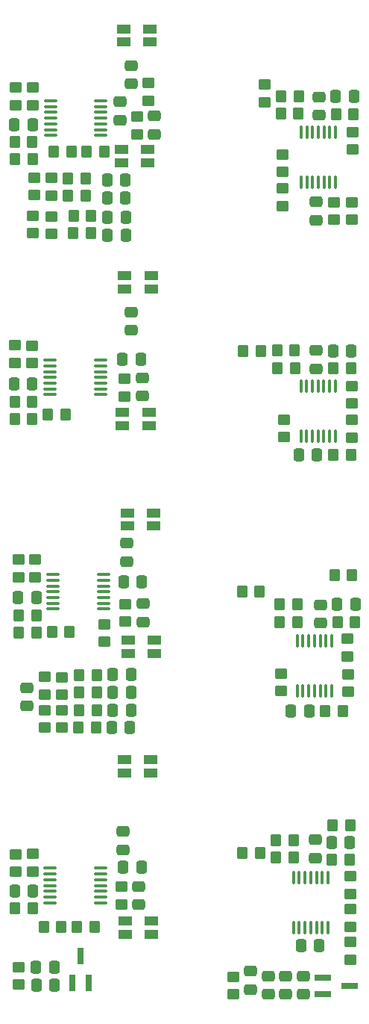
<source format=gbr>
%TF.GenerationSoftware,KiCad,Pcbnew,(6.0.2-0)*%
%TF.CreationDate,2022-04-19T15:29:27+02:00*%
%TF.ProjectId,blindeTaube,626c696e-6465-4546-9175-62652e6b6963,rev?*%
%TF.SameCoordinates,Original*%
%TF.FileFunction,Paste,Bot*%
%TF.FilePolarity,Positive*%
%FSLAX46Y46*%
G04 Gerber Fmt 4.6, Leading zero omitted, Abs format (unit mm)*
G04 Created by KiCad (PCBNEW (6.0.2-0)) date 2022-04-19 15:29:27*
%MOMM*%
%LPD*%
G01*
G04 APERTURE LIST*
G04 Aperture macros list*
%AMRoundRect*
0 Rectangle with rounded corners*
0 $1 Rounding radius*
0 $2 $3 $4 $5 $6 $7 $8 $9 X,Y pos of 4 corners*
0 Add a 4 corners polygon primitive as box body*
4,1,4,$2,$3,$4,$5,$6,$7,$8,$9,$2,$3,0*
0 Add four circle primitives for the rounded corners*
1,1,$1+$1,$2,$3*
1,1,$1+$1,$4,$5*
1,1,$1+$1,$6,$7*
1,1,$1+$1,$8,$9*
0 Add four rect primitives between the rounded corners*
20,1,$1+$1,$2,$3,$4,$5,0*
20,1,$1+$1,$4,$5,$6,$7,0*
20,1,$1+$1,$6,$7,$8,$9,0*
20,1,$1+$1,$8,$9,$2,$3,0*%
G04 Aperture macros list end*
%ADD10RoundRect,0.250000X-0.475000X0.337500X-0.475000X-0.337500X0.475000X-0.337500X0.475000X0.337500X0*%
%ADD11RoundRect,0.250000X0.475000X-0.337500X0.475000X0.337500X-0.475000X0.337500X-0.475000X-0.337500X0*%
%ADD12RoundRect,0.250000X-0.450000X0.350000X-0.450000X-0.350000X0.450000X-0.350000X0.450000X0.350000X0*%
%ADD13RoundRect,0.250000X0.350000X0.450000X-0.350000X0.450000X-0.350000X-0.450000X0.350000X-0.450000X0*%
%ADD14R,1.500000X1.100000*%
%ADD15RoundRect,0.250000X-0.350000X-0.450000X0.350000X-0.450000X0.350000X0.450000X-0.350000X0.450000X0*%
%ADD16RoundRect,0.250000X0.337500X0.475000X-0.337500X0.475000X-0.337500X-0.475000X0.337500X-0.475000X0*%
%ADD17RoundRect,0.100000X-0.100000X0.637500X-0.100000X-0.637500X0.100000X-0.637500X0.100000X0.637500X0*%
%ADD18RoundRect,0.250000X0.450000X-0.350000X0.450000X0.350000X-0.450000X0.350000X-0.450000X-0.350000X0*%
%ADD19RoundRect,0.250000X-0.337500X-0.475000X0.337500X-0.475000X0.337500X0.475000X-0.337500X0.475000X0*%
%ADD20RoundRect,0.100000X0.637500X0.100000X-0.637500X0.100000X-0.637500X-0.100000X0.637500X-0.100000X0*%
%ADD21R,1.900000X0.800000*%
%ADD22R,0.800000X1.900000*%
G04 APERTURE END LIST*
D10*
%TO.C,C41*%
X86436200Y-97594600D03*
X86436200Y-99669600D03*
%TD*%
D11*
%TO.C,C44*%
X53050000Y-109050000D03*
X53050000Y-106975000D03*
%TD*%
D12*
%TO.C,R8*%
X82067400Y-46514000D03*
X82067400Y-48514000D03*
%TD*%
D13*
%TO.C,R46*%
X60369200Y-53492400D03*
X58369200Y-53492400D03*
%TD*%
D14*
%TO.C,D4*%
X66931800Y-75766800D03*
X63931800Y-75766800D03*
X63931800Y-77266800D03*
X66931800Y-77266800D03*
%TD*%
D15*
%TO.C,R28*%
X51689000Y-45085000D03*
X53689000Y-45085000D03*
%TD*%
D16*
%TO.C,C3*%
X64262000Y-51435000D03*
X62187000Y-51435000D03*
%TD*%
D17*
%TO.C,U10*%
X83350000Y-128475000D03*
X84000000Y-128475000D03*
X84650000Y-128475000D03*
X85300000Y-128475000D03*
X85950000Y-128475000D03*
X86600000Y-128475000D03*
X87250000Y-128475000D03*
X87250000Y-134200000D03*
X86600000Y-134200000D03*
X85950000Y-134200000D03*
X85300000Y-134200000D03*
X84650000Y-134200000D03*
X84000000Y-134200000D03*
X83350000Y-134200000D03*
%TD*%
D12*
%TO.C,R68*%
X55071100Y-105765600D03*
X55071100Y-107765600D03*
%TD*%
D13*
%TO.C,R60*%
X83762600Y-97536000D03*
X81762600Y-97536000D03*
%TD*%
D15*
%TO.C,R70*%
X59024100Y-107518200D03*
X61024100Y-107518200D03*
%TD*%
D12*
%TO.C,R23*%
X53771800Y-38938200D03*
X53771800Y-40938200D03*
%TD*%
D15*
%TO.C,R54*%
X55422800Y-75996800D03*
X57422800Y-75996800D03*
%TD*%
D14*
%TO.C,D3*%
X66778000Y-45986000D03*
X63778000Y-45986000D03*
X63778000Y-47486000D03*
X66778000Y-47486000D03*
%TD*%
D13*
%TO.C,R87*%
X83350000Y-124237500D03*
X81350000Y-124237500D03*
%TD*%
D15*
%TO.C,R59*%
X81762600Y-99517200D03*
X83762600Y-99517200D03*
%TD*%
D18*
%TO.C,R95*%
X89800000Y-130350000D03*
X89800000Y-128350000D03*
%TD*%
%TO.C,R14*%
X90043000Y-45983400D03*
X90043000Y-43983400D03*
%TD*%
D16*
%TO.C,C19*%
X64887500Y-109500000D03*
X62812500Y-109500000D03*
%TD*%
D18*
%TO.C,R77*%
X89535000Y-107451400D03*
X89535000Y-105451400D03*
%TD*%
%TO.C,R64*%
X61899800Y-101771200D03*
X61899800Y-99771200D03*
%TD*%
D10*
%TO.C,C30*%
X63627000Y-40546200D03*
X63627000Y-42621200D03*
%TD*%
%TO.C,C25*%
X80472000Y-139657000D03*
X80472000Y-141732000D03*
%TD*%
D12*
%TO.C,R104*%
X53695600Y-125831600D03*
X53695600Y-127831600D03*
%TD*%
D19*
%TO.C,C32*%
X63906400Y-69750000D03*
X65981400Y-69750000D03*
%TD*%
D18*
%TO.C,R44*%
X89932000Y-74777600D03*
X89932000Y-72777600D03*
%TD*%
D16*
%TO.C,C13*%
X64766100Y-111506000D03*
X62691100Y-111506000D03*
%TD*%
%TO.C,C7*%
X90362500Y-97550000D03*
X88287500Y-97550000D03*
%TD*%
%TO.C,C37*%
X53670200Y-72567800D03*
X51595200Y-72567800D03*
%TD*%
D17*
%TO.C,U7*%
X83775000Y-101650800D03*
X84425000Y-101650800D03*
X85075000Y-101650800D03*
X85725000Y-101650800D03*
X86375000Y-101650800D03*
X87025000Y-101650800D03*
X87675000Y-101650800D03*
X87675000Y-107375800D03*
X87025000Y-107375800D03*
X86375000Y-107375800D03*
X85725000Y-107375800D03*
X85075000Y-107375800D03*
X84425000Y-107375800D03*
X83775000Y-107375800D03*
%TD*%
D13*
%TO.C,R16*%
X59734200Y-49276000D03*
X57734200Y-49276000D03*
%TD*%
D14*
%TO.C,D7*%
X67541400Y-101600000D03*
X64541400Y-101600000D03*
X64541400Y-103100000D03*
X67541400Y-103100000D03*
%TD*%
D18*
%TO.C,R22*%
X89966800Y-53943000D03*
X89966800Y-51943000D03*
%TD*%
%TO.C,R108*%
X76504800Y-141730000D03*
X76504800Y-139730000D03*
%TD*%
D17*
%TO.C,U5*%
X84187000Y-72771000D03*
X84837000Y-72771000D03*
X85487000Y-72771000D03*
X86137000Y-72771000D03*
X86787000Y-72771000D03*
X87437000Y-72771000D03*
X88087000Y-72771000D03*
X88087000Y-78496000D03*
X87437000Y-78496000D03*
X86787000Y-78496000D03*
X86137000Y-78496000D03*
X85487000Y-78496000D03*
X84837000Y-78496000D03*
X84187000Y-78496000D03*
%TD*%
D20*
%TO.C,U1*%
X61478000Y-40457600D03*
X61478000Y-41107600D03*
X61478000Y-41757600D03*
X61478000Y-42407600D03*
X61478000Y-43057600D03*
X61478000Y-43707600D03*
X61478000Y-44357600D03*
X55753000Y-44357600D03*
X55753000Y-43707600D03*
X55753000Y-43057600D03*
X55753000Y-42407600D03*
X55753000Y-41757600D03*
X55753000Y-41107600D03*
X55753000Y-40457600D03*
%TD*%
D13*
%TO.C,R97*%
X61024100Y-109499400D03*
X59024100Y-109499400D03*
%TD*%
%TO.C,R90*%
X89700000Y-126500000D03*
X87700000Y-126500000D03*
%TD*%
D18*
%TO.C,R21*%
X65608200Y-44221400D03*
X65608200Y-42221400D03*
%TD*%
D11*
%TO.C,C23*%
X78486000Y-141173200D03*
X78486000Y-139098200D03*
%TD*%
D10*
%TO.C,C1*%
X64871600Y-36449000D03*
X64871600Y-38524000D03*
%TD*%
D18*
%TO.C,R109*%
X52140000Y-140630000D03*
X52140000Y-138630000D03*
%TD*%
D13*
%TO.C,R39*%
X89875000Y-70775000D03*
X87875000Y-70775000D03*
%TD*%
%TO.C,R47*%
X79647800Y-68808600D03*
X77647800Y-68808600D03*
%TD*%
D16*
%TO.C,C2*%
X90213000Y-39954200D03*
X88138000Y-39954200D03*
%TD*%
D21*
%TO.C,D11*%
X86688800Y-141716800D03*
X86688800Y-139816800D03*
X89688800Y-140766800D03*
%TD*%
D11*
%TO.C,C18*%
X66141600Y-73931600D03*
X66141600Y-71856600D03*
%TD*%
D10*
%TO.C,C11*%
X63957200Y-123274000D03*
X63957200Y-125349000D03*
%TD*%
D16*
%TO.C,C4*%
X64262000Y-49428400D03*
X62187000Y-49428400D03*
%TD*%
D12*
%TO.C,R103*%
X89814400Y-135800000D03*
X89814400Y-137800000D03*
%TD*%
%TO.C,R17*%
X80060800Y-38582600D03*
X80060800Y-40582600D03*
%TD*%
%TO.C,R26*%
X57077700Y-105772200D03*
X57077700Y-107772200D03*
%TD*%
D13*
%TO.C,R34*%
X83489800Y-68757800D03*
X81489800Y-68757800D03*
%TD*%
D15*
%TO.C,R55*%
X51670200Y-76479400D03*
X53670200Y-76479400D03*
%TD*%
%TO.C,R45*%
X58347700Y-55448200D03*
X60347700Y-55448200D03*
%TD*%
D16*
%TO.C,C48*%
X86275000Y-136200000D03*
X84200000Y-136200000D03*
%TD*%
%TO.C,C38*%
X86020400Y-80619600D03*
X83945400Y-80619600D03*
%TD*%
D18*
%TO.C,R76*%
X64211200Y-99485200D03*
X64211200Y-97485200D03*
%TD*%
D10*
%TO.C,C33*%
X85944200Y-68740200D03*
X85944200Y-70815200D03*
%TD*%
D16*
%TO.C,C15*%
X89925000Y-68775000D03*
X87850000Y-68775000D03*
%TD*%
D20*
%TO.C,U4*%
X61427200Y-69855800D03*
X61427200Y-70505800D03*
X61427200Y-71155800D03*
X61427200Y-71805800D03*
X61427200Y-72455800D03*
X61427200Y-73105800D03*
X61427200Y-73755800D03*
X55702200Y-73755800D03*
X55702200Y-73105800D03*
X55702200Y-72455800D03*
X55702200Y-71805800D03*
X55702200Y-71155800D03*
X55702200Y-70505800D03*
X55702200Y-69855800D03*
%TD*%
D10*
%TO.C,C24*%
X82453200Y-139663800D03*
X82453200Y-141738800D03*
%TD*%
D12*
%TO.C,R13*%
X53898800Y-49149000D03*
X53898800Y-51149000D03*
%TD*%
D18*
%TO.C,R19*%
X87960200Y-53943000D03*
X87960200Y-51943000D03*
%TD*%
D14*
%TO.C,D8*%
X67211200Y-133451600D03*
X64211200Y-133451600D03*
X64211200Y-134951600D03*
X67211200Y-134951600D03*
%TD*%
D13*
%TO.C,R72*%
X79495400Y-96100000D03*
X77495400Y-96100000D03*
%TD*%
%TO.C,R5*%
X83940400Y-39903400D03*
X81940400Y-39903400D03*
%TD*%
D12*
%TO.C,R78*%
X54025800Y-92437200D03*
X54025800Y-94437200D03*
%TD*%
D18*
%TO.C,R30*%
X55829200Y-55543200D03*
X55829200Y-53543200D03*
%TD*%
%TO.C,R52*%
X89957400Y-78631800D03*
X89957400Y-76631800D03*
%TD*%
D15*
%TO.C,R79*%
X55921400Y-100634800D03*
X57921400Y-100634800D03*
%TD*%
%TO.C,R4*%
X81915000Y-41859200D03*
X83915000Y-41859200D03*
%TD*%
D18*
%TO.C,R11*%
X66827400Y-40436800D03*
X66827400Y-38436800D03*
%TD*%
D15*
%TO.C,R24*%
X56115200Y-46177200D03*
X58115200Y-46177200D03*
%TD*%
D13*
%TO.C,R49*%
X89849200Y-80619600D03*
X87849200Y-80619600D03*
%TD*%
D16*
%TO.C,C45*%
X54123500Y-96774000D03*
X52048500Y-96774000D03*
%TD*%
D13*
%TO.C,R10*%
X90163400Y-41986200D03*
X88163400Y-41986200D03*
%TD*%
D10*
%TO.C,C31*%
X86258400Y-39987400D03*
X86258400Y-42062400D03*
%TD*%
D18*
%TO.C,R73*%
X52095400Y-94456000D03*
X52095400Y-92456000D03*
%TD*%
D20*
%TO.C,U9*%
X61401800Y-127442200D03*
X61401800Y-128092200D03*
X61401800Y-128742200D03*
X61401800Y-129392200D03*
X61401800Y-130042200D03*
X61401800Y-130692200D03*
X61401800Y-131342200D03*
X55676800Y-131342200D03*
X55676800Y-130692200D03*
X55676800Y-130042200D03*
X55676800Y-129392200D03*
X55676800Y-128742200D03*
X55676800Y-128092200D03*
X55676800Y-127442200D03*
%TD*%
D15*
%TO.C,R33*%
X81499200Y-70739000D03*
X83499200Y-70739000D03*
%TD*%
D18*
%TO.C,R69*%
X89484200Y-103428800D03*
X89484200Y-101428800D03*
%TD*%
D19*
%TO.C,C40*%
X64058800Y-94970600D03*
X66133800Y-94970600D03*
%TD*%
D17*
%TO.C,U2*%
X84200200Y-43992800D03*
X84850200Y-43992800D03*
X85500200Y-43992800D03*
X86150200Y-43992800D03*
X86800200Y-43992800D03*
X87450200Y-43992800D03*
X88100200Y-43992800D03*
X88100200Y-49717800D03*
X87450200Y-49717800D03*
X86800200Y-49717800D03*
X86150200Y-49717800D03*
X85500200Y-49717800D03*
X84850200Y-49717800D03*
X84200200Y-49717800D03*
%TD*%
D19*
%TO.C,C42*%
X63990400Y-127279400D03*
X66065400Y-127279400D03*
%TD*%
D10*
%TO.C,C6*%
X64389000Y-90609600D03*
X64389000Y-92684600D03*
%TD*%
D11*
%TO.C,C20*%
X65750000Y-131572000D03*
X65750000Y-129497000D03*
%TD*%
D12*
%TO.C,R53*%
X53670200Y-68180200D03*
X53670200Y-70180200D03*
%TD*%
D15*
%TO.C,R80*%
X52143400Y-100736400D03*
X54143400Y-100736400D03*
%TD*%
D14*
%TO.C,D2*%
X67183000Y-60299600D03*
X64183000Y-60299600D03*
X64183000Y-61799600D03*
X67183000Y-61799600D03*
%TD*%
D18*
%TO.C,R29*%
X82118200Y-52368200D03*
X82118200Y-50368200D03*
%TD*%
D15*
%TO.C,R96*%
X58922500Y-111455200D03*
X60922500Y-111455200D03*
%TD*%
D18*
%TO.C,R18*%
X51816000Y-40938200D03*
X51816000Y-38938200D03*
%TD*%
D15*
%TO.C,R106*%
X54965400Y-134100000D03*
X56965400Y-134100000D03*
%TD*%
D16*
%TO.C,C28*%
X56167500Y-138660000D03*
X54092500Y-138660000D03*
%TD*%
%TO.C,C46*%
X85140800Y-109651800D03*
X83065800Y-109651800D03*
%TD*%
D18*
%TO.C,R51*%
X64135000Y-73939400D03*
X64135000Y-71939400D03*
%TD*%
D14*
%TO.C,D6*%
X67109600Y-115112800D03*
X64109600Y-115112800D03*
X64109600Y-116612800D03*
X67109600Y-116612800D03*
%TD*%
D13*
%TO.C,R74*%
X88934800Y-109651800D03*
X86934800Y-109651800D03*
%TD*%
D18*
%TO.C,R43*%
X53771800Y-55473600D03*
X53771800Y-53473600D03*
%TD*%
D10*
%TO.C,C14*%
X64947800Y-64396800D03*
X64947800Y-66471800D03*
%TD*%
D16*
%TO.C,C35*%
X53695600Y-43129200D03*
X51620600Y-43129200D03*
%TD*%
D12*
%TO.C,R1*%
X55854600Y-49174400D03*
X55854600Y-51174400D03*
%TD*%
D14*
%TO.C,D1*%
X67056000Y-32282000D03*
X64056000Y-32282000D03*
X64056000Y-33782000D03*
X67056000Y-33782000D03*
%TD*%
D18*
%TO.C,R83*%
X57052300Y-111524800D03*
X57052300Y-109524800D03*
%TD*%
D15*
%TO.C,R86*%
X81350000Y-126237500D03*
X83350000Y-126237500D03*
%TD*%
D10*
%TO.C,C36*%
X85928200Y-51917600D03*
X85928200Y-53992600D03*
%TD*%
D15*
%TO.C,R82*%
X87800000Y-122550000D03*
X89800000Y-122550000D03*
%TD*%
%TO.C,R56*%
X51670200Y-74549000D03*
X53670200Y-74549000D03*
%TD*%
D16*
%TO.C,C12*%
X89737500Y-124550000D03*
X87662500Y-124550000D03*
%TD*%
D13*
%TO.C,R98*%
X79550000Y-125725000D03*
X77550000Y-125725000D03*
%TD*%
D11*
%TO.C,C10*%
X66243200Y-99509400D03*
X66243200Y-97434400D03*
%TD*%
D16*
%TO.C,C17*%
X64279600Y-53644800D03*
X62204600Y-53644800D03*
%TD*%
D14*
%TO.C,D5*%
X67490600Y-87147400D03*
X64490600Y-87147400D03*
X64490600Y-88647400D03*
X67490600Y-88647400D03*
%TD*%
D18*
%TO.C,R100*%
X89800000Y-134050000D03*
X89800000Y-132050000D03*
%TD*%
%TO.C,R94*%
X55096500Y-111524800D03*
X55096500Y-109524800D03*
%TD*%
D15*
%TO.C,R105*%
X58750000Y-134100000D03*
X60750000Y-134100000D03*
%TD*%
%TO.C,R15*%
X57734200Y-51231800D03*
X59734200Y-51231800D03*
%TD*%
D16*
%TO.C,C8*%
X64887500Y-107500000D03*
X62812500Y-107500000D03*
%TD*%
D18*
%TO.C,R102*%
X63800000Y-131521200D03*
X63800000Y-129521200D03*
%TD*%
D22*
%TO.C,D12*%
X60080000Y-140430000D03*
X58180000Y-140430000D03*
X59130000Y-137430000D03*
%TD*%
D15*
%TO.C,R107*%
X51700000Y-132000000D03*
X53700000Y-132000000D03*
%TD*%
D11*
%TO.C,C5*%
X67564000Y-44237500D03*
X67564000Y-42162500D03*
%TD*%
D16*
%TO.C,C47*%
X53738600Y-130022600D03*
X51663600Y-130022600D03*
%TD*%
D20*
%TO.C,U6*%
X61757400Y-94142800D03*
X61757400Y-94792800D03*
X61757400Y-95442800D03*
X61757400Y-96092800D03*
X61757400Y-96742800D03*
X61757400Y-97392800D03*
X61757400Y-98042800D03*
X56032400Y-98042800D03*
X56032400Y-97392800D03*
X56032400Y-96742800D03*
X56032400Y-96092800D03*
X56032400Y-95442800D03*
X56032400Y-94792800D03*
X56032400Y-94142800D03*
%TD*%
D12*
%TO.C,R63*%
X81915000Y-105359200D03*
X81915000Y-107359200D03*
%TD*%
D10*
%TO.C,C26*%
X84434400Y-139663800D03*
X84434400Y-141738800D03*
%TD*%
D15*
%TO.C,R81*%
X52143400Y-98780600D03*
X54143400Y-98780600D03*
%TD*%
%TO.C,R25*%
X88000000Y-94200000D03*
X90000000Y-94200000D03*
%TD*%
D13*
%TO.C,R65*%
X90322400Y-99542600D03*
X88322400Y-99542600D03*
%TD*%
%TO.C,R71*%
X60998700Y-105587800D03*
X58998700Y-105587800D03*
%TD*%
D16*
%TO.C,C16*%
X64287400Y-55651400D03*
X62212400Y-55651400D03*
%TD*%
D15*
%TO.C,R9*%
X59867800Y-46177200D03*
X61867800Y-46177200D03*
%TD*%
D12*
%TO.C,R37*%
X82296000Y-76587600D03*
X82296000Y-78587600D03*
%TD*%
D10*
%TO.C,C43*%
X85800000Y-124200000D03*
X85800000Y-126275000D03*
%TD*%
D15*
%TO.C,R27*%
X51695600Y-47015400D03*
X53695600Y-47015400D03*
%TD*%
D16*
%TO.C,C27*%
X56227500Y-140660000D03*
X54152500Y-140660000D03*
%TD*%
D18*
%TO.C,R99*%
X51765200Y-127857000D03*
X51765200Y-125857000D03*
%TD*%
D16*
%TO.C,C9*%
X64897000Y-105511600D03*
X62822000Y-105511600D03*
%TD*%
D18*
%TO.C,R48*%
X51714400Y-70148200D03*
X51714400Y-68148200D03*
%TD*%
M02*

</source>
